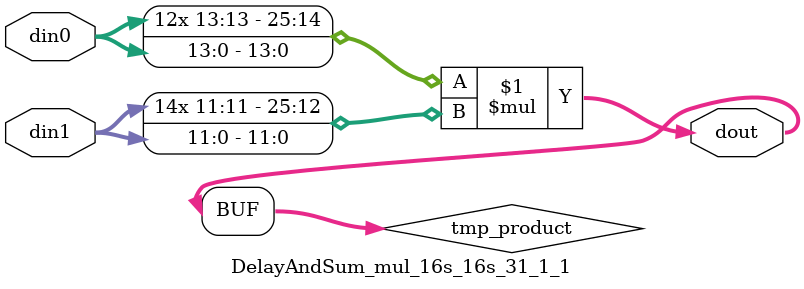
<source format=v>

`timescale 1 ns / 1 ps

 module DelayAndSum_mul_16s_16s_31_1_1(din0, din1, dout);
parameter ID = 1;
parameter NUM_STAGE = 0;
parameter din0_WIDTH = 14;
parameter din1_WIDTH = 12;
parameter dout_WIDTH = 26;

input [din0_WIDTH - 1 : 0] din0; 
input [din1_WIDTH - 1 : 0] din1; 
output [dout_WIDTH - 1 : 0] dout;

wire signed [dout_WIDTH - 1 : 0] tmp_product;



























assign tmp_product = $signed(din0) * $signed(din1);








assign dout = tmp_product;





















endmodule

</source>
